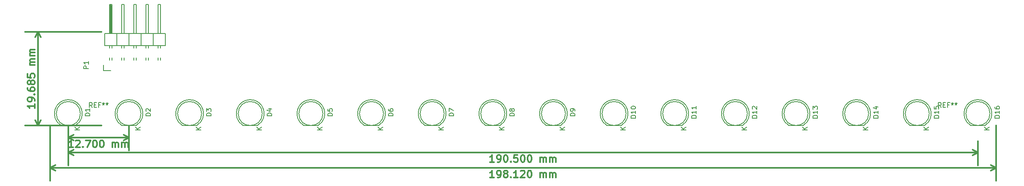
<source format=gbr>
G04 #@! TF.FileFunction,Legend,Top*
%FSLAX46Y46*%
G04 Gerber Fmt 4.6, Leading zero omitted, Abs format (unit mm)*
G04 Created by KiCad (PCBNEW 4.0.2-stable) date Friday, 12 August 2016 'pmt' 16:35:16*
%MOMM*%
G01*
G04 APERTURE LIST*
%ADD10C,0.100000*%
%ADD11C,0.300000*%
%ADD12C,0.150000*%
G04 APERTURE END LIST*
D10*
D11*
X31078571Y-85684642D02*
X31078571Y-86541785D01*
X31078571Y-86113213D02*
X29578571Y-86113213D01*
X29792857Y-86256070D01*
X29935714Y-86398928D01*
X30007143Y-86541785D01*
X31078571Y-84970357D02*
X31078571Y-84684642D01*
X31007143Y-84541785D01*
X30935714Y-84470357D01*
X30721429Y-84327499D01*
X30435714Y-84256071D01*
X29864286Y-84256071D01*
X29721429Y-84327499D01*
X29650000Y-84398928D01*
X29578571Y-84541785D01*
X29578571Y-84827499D01*
X29650000Y-84970357D01*
X29721429Y-85041785D01*
X29864286Y-85113214D01*
X30221429Y-85113214D01*
X30364286Y-85041785D01*
X30435714Y-84970357D01*
X30507143Y-84827499D01*
X30507143Y-84541785D01*
X30435714Y-84398928D01*
X30364286Y-84327499D01*
X30221429Y-84256071D01*
X30935714Y-83613214D02*
X31007143Y-83541786D01*
X31078571Y-83613214D01*
X31007143Y-83684643D01*
X30935714Y-83613214D01*
X31078571Y-83613214D01*
X29578571Y-82256071D02*
X29578571Y-82541785D01*
X29650000Y-82684642D01*
X29721429Y-82756071D01*
X29935714Y-82898928D01*
X30221429Y-82970357D01*
X30792857Y-82970357D01*
X30935714Y-82898928D01*
X31007143Y-82827500D01*
X31078571Y-82684642D01*
X31078571Y-82398928D01*
X31007143Y-82256071D01*
X30935714Y-82184642D01*
X30792857Y-82113214D01*
X30435714Y-82113214D01*
X30292857Y-82184642D01*
X30221429Y-82256071D01*
X30150000Y-82398928D01*
X30150000Y-82684642D01*
X30221429Y-82827500D01*
X30292857Y-82898928D01*
X30435714Y-82970357D01*
X30221429Y-81256071D02*
X30150000Y-81398929D01*
X30078571Y-81470357D01*
X29935714Y-81541786D01*
X29864286Y-81541786D01*
X29721429Y-81470357D01*
X29650000Y-81398929D01*
X29578571Y-81256071D01*
X29578571Y-80970357D01*
X29650000Y-80827500D01*
X29721429Y-80756071D01*
X29864286Y-80684643D01*
X29935714Y-80684643D01*
X30078571Y-80756071D01*
X30150000Y-80827500D01*
X30221429Y-80970357D01*
X30221429Y-81256071D01*
X30292857Y-81398929D01*
X30364286Y-81470357D01*
X30507143Y-81541786D01*
X30792857Y-81541786D01*
X30935714Y-81470357D01*
X31007143Y-81398929D01*
X31078571Y-81256071D01*
X31078571Y-80970357D01*
X31007143Y-80827500D01*
X30935714Y-80756071D01*
X30792857Y-80684643D01*
X30507143Y-80684643D01*
X30364286Y-80756071D01*
X30292857Y-80827500D01*
X30221429Y-80970357D01*
X29578571Y-79327500D02*
X29578571Y-80041786D01*
X30292857Y-80113215D01*
X30221429Y-80041786D01*
X30150000Y-79898929D01*
X30150000Y-79541786D01*
X30221429Y-79398929D01*
X30292857Y-79327500D01*
X30435714Y-79256072D01*
X30792857Y-79256072D01*
X30935714Y-79327500D01*
X31007143Y-79398929D01*
X31078571Y-79541786D01*
X31078571Y-79898929D01*
X31007143Y-80041786D01*
X30935714Y-80113215D01*
X31078571Y-77470358D02*
X30078571Y-77470358D01*
X30221429Y-77470358D02*
X30150000Y-77398930D01*
X30078571Y-77256072D01*
X30078571Y-77041787D01*
X30150000Y-76898930D01*
X30292857Y-76827501D01*
X31078571Y-76827501D01*
X30292857Y-76827501D02*
X30150000Y-76756072D01*
X30078571Y-76613215D01*
X30078571Y-76398930D01*
X30150000Y-76256072D01*
X30292857Y-76184644D01*
X31078571Y-76184644D01*
X31078571Y-75470358D02*
X30078571Y-75470358D01*
X30221429Y-75470358D02*
X30150000Y-75398930D01*
X30078571Y-75256072D01*
X30078571Y-75041787D01*
X30150000Y-74898930D01*
X30292857Y-74827501D01*
X31078571Y-74827501D01*
X30292857Y-74827501D02*
X30150000Y-74756072D01*
X30078571Y-74613215D01*
X30078571Y-74398930D01*
X30150000Y-74256072D01*
X30292857Y-74184644D01*
X31078571Y-74184644D01*
X31750000Y-90170000D02*
X31750000Y-70485000D01*
X45085000Y-90170000D02*
X29050000Y-90170000D01*
X45085000Y-70485000D02*
X29050000Y-70485000D01*
X31750000Y-70485000D02*
X32336421Y-71611504D01*
X31750000Y-70485000D02*
X31163579Y-71611504D01*
X31750000Y-90170000D02*
X32336421Y-89043496D01*
X31750000Y-90170000D02*
X31163579Y-89043496D01*
X127278573Y-101088571D02*
X126421430Y-101088571D01*
X126850002Y-101088571D02*
X126850002Y-99588571D01*
X126707145Y-99802857D01*
X126564287Y-99945714D01*
X126421430Y-100017143D01*
X127992858Y-101088571D02*
X128278573Y-101088571D01*
X128421430Y-101017143D01*
X128492858Y-100945714D01*
X128635716Y-100731429D01*
X128707144Y-100445714D01*
X128707144Y-99874286D01*
X128635716Y-99731429D01*
X128564287Y-99660000D01*
X128421430Y-99588571D01*
X128135716Y-99588571D01*
X127992858Y-99660000D01*
X127921430Y-99731429D01*
X127850001Y-99874286D01*
X127850001Y-100231429D01*
X127921430Y-100374286D01*
X127992858Y-100445714D01*
X128135716Y-100517143D01*
X128421430Y-100517143D01*
X128564287Y-100445714D01*
X128635716Y-100374286D01*
X128707144Y-100231429D01*
X129564287Y-100231429D02*
X129421429Y-100160000D01*
X129350001Y-100088571D01*
X129278572Y-99945714D01*
X129278572Y-99874286D01*
X129350001Y-99731429D01*
X129421429Y-99660000D01*
X129564287Y-99588571D01*
X129850001Y-99588571D01*
X129992858Y-99660000D01*
X130064287Y-99731429D01*
X130135715Y-99874286D01*
X130135715Y-99945714D01*
X130064287Y-100088571D01*
X129992858Y-100160000D01*
X129850001Y-100231429D01*
X129564287Y-100231429D01*
X129421429Y-100302857D01*
X129350001Y-100374286D01*
X129278572Y-100517143D01*
X129278572Y-100802857D01*
X129350001Y-100945714D01*
X129421429Y-101017143D01*
X129564287Y-101088571D01*
X129850001Y-101088571D01*
X129992858Y-101017143D01*
X130064287Y-100945714D01*
X130135715Y-100802857D01*
X130135715Y-100517143D01*
X130064287Y-100374286D01*
X129992858Y-100302857D01*
X129850001Y-100231429D01*
X130778572Y-100945714D02*
X130850000Y-101017143D01*
X130778572Y-101088571D01*
X130707143Y-101017143D01*
X130778572Y-100945714D01*
X130778572Y-101088571D01*
X132278572Y-101088571D02*
X131421429Y-101088571D01*
X131850001Y-101088571D02*
X131850001Y-99588571D01*
X131707144Y-99802857D01*
X131564286Y-99945714D01*
X131421429Y-100017143D01*
X132850000Y-99731429D02*
X132921429Y-99660000D01*
X133064286Y-99588571D01*
X133421429Y-99588571D01*
X133564286Y-99660000D01*
X133635715Y-99731429D01*
X133707143Y-99874286D01*
X133707143Y-100017143D01*
X133635715Y-100231429D01*
X132778572Y-101088571D01*
X133707143Y-101088571D01*
X134635714Y-99588571D02*
X134778571Y-99588571D01*
X134921428Y-99660000D01*
X134992857Y-99731429D01*
X135064286Y-99874286D01*
X135135714Y-100160000D01*
X135135714Y-100517143D01*
X135064286Y-100802857D01*
X134992857Y-100945714D01*
X134921428Y-101017143D01*
X134778571Y-101088571D01*
X134635714Y-101088571D01*
X134492857Y-101017143D01*
X134421428Y-100945714D01*
X134350000Y-100802857D01*
X134278571Y-100517143D01*
X134278571Y-100160000D01*
X134350000Y-99874286D01*
X134421428Y-99731429D01*
X134492857Y-99660000D01*
X134635714Y-99588571D01*
X136921428Y-101088571D02*
X136921428Y-100088571D01*
X136921428Y-100231429D02*
X136992856Y-100160000D01*
X137135714Y-100088571D01*
X137349999Y-100088571D01*
X137492856Y-100160000D01*
X137564285Y-100302857D01*
X137564285Y-101088571D01*
X137564285Y-100302857D02*
X137635714Y-100160000D01*
X137778571Y-100088571D01*
X137992856Y-100088571D01*
X138135714Y-100160000D01*
X138207142Y-100302857D01*
X138207142Y-101088571D01*
X138921428Y-101088571D02*
X138921428Y-100088571D01*
X138921428Y-100231429D02*
X138992856Y-100160000D01*
X139135714Y-100088571D01*
X139349999Y-100088571D01*
X139492856Y-100160000D01*
X139564285Y-100302857D01*
X139564285Y-101088571D01*
X139564285Y-100302857D02*
X139635714Y-100160000D01*
X139778571Y-100088571D01*
X139992856Y-100088571D01*
X140135714Y-100160000D01*
X140207142Y-100302857D01*
X140207142Y-101088571D01*
X34290000Y-99060000D02*
X232410000Y-99060000D01*
X34290000Y-90170000D02*
X34290000Y-101760000D01*
X232410000Y-90170000D02*
X232410000Y-101760000D01*
X232410000Y-99060000D02*
X231283496Y-99646421D01*
X232410000Y-99060000D02*
X231283496Y-98473579D01*
X34290000Y-99060000D02*
X35416504Y-99646421D01*
X34290000Y-99060000D02*
X35416504Y-98473579D01*
X127278573Y-97824662D02*
X126421430Y-97824662D01*
X126850002Y-97824662D02*
X126850002Y-96324662D01*
X126707145Y-96538948D01*
X126564287Y-96681805D01*
X126421430Y-96753234D01*
X127992858Y-97824662D02*
X128278573Y-97824662D01*
X128421430Y-97753234D01*
X128492858Y-97681805D01*
X128635716Y-97467520D01*
X128707144Y-97181805D01*
X128707144Y-96610377D01*
X128635716Y-96467520D01*
X128564287Y-96396091D01*
X128421430Y-96324662D01*
X128135716Y-96324662D01*
X127992858Y-96396091D01*
X127921430Y-96467520D01*
X127850001Y-96610377D01*
X127850001Y-96967520D01*
X127921430Y-97110377D01*
X127992858Y-97181805D01*
X128135716Y-97253234D01*
X128421430Y-97253234D01*
X128564287Y-97181805D01*
X128635716Y-97110377D01*
X128707144Y-96967520D01*
X129635715Y-96324662D02*
X129778572Y-96324662D01*
X129921429Y-96396091D01*
X129992858Y-96467520D01*
X130064287Y-96610377D01*
X130135715Y-96896091D01*
X130135715Y-97253234D01*
X130064287Y-97538948D01*
X129992858Y-97681805D01*
X129921429Y-97753234D01*
X129778572Y-97824662D01*
X129635715Y-97824662D01*
X129492858Y-97753234D01*
X129421429Y-97681805D01*
X129350001Y-97538948D01*
X129278572Y-97253234D01*
X129278572Y-96896091D01*
X129350001Y-96610377D01*
X129421429Y-96467520D01*
X129492858Y-96396091D01*
X129635715Y-96324662D01*
X130778572Y-97681805D02*
X130850000Y-97753234D01*
X130778572Y-97824662D01*
X130707143Y-97753234D01*
X130778572Y-97681805D01*
X130778572Y-97824662D01*
X132207144Y-96324662D02*
X131492858Y-96324662D01*
X131421429Y-97038948D01*
X131492858Y-96967520D01*
X131635715Y-96896091D01*
X131992858Y-96896091D01*
X132135715Y-96967520D01*
X132207144Y-97038948D01*
X132278572Y-97181805D01*
X132278572Y-97538948D01*
X132207144Y-97681805D01*
X132135715Y-97753234D01*
X131992858Y-97824662D01*
X131635715Y-97824662D01*
X131492858Y-97753234D01*
X131421429Y-97681805D01*
X133207143Y-96324662D02*
X133350000Y-96324662D01*
X133492857Y-96396091D01*
X133564286Y-96467520D01*
X133635715Y-96610377D01*
X133707143Y-96896091D01*
X133707143Y-97253234D01*
X133635715Y-97538948D01*
X133564286Y-97681805D01*
X133492857Y-97753234D01*
X133350000Y-97824662D01*
X133207143Y-97824662D01*
X133064286Y-97753234D01*
X132992857Y-97681805D01*
X132921429Y-97538948D01*
X132850000Y-97253234D01*
X132850000Y-96896091D01*
X132921429Y-96610377D01*
X132992857Y-96467520D01*
X133064286Y-96396091D01*
X133207143Y-96324662D01*
X134635714Y-96324662D02*
X134778571Y-96324662D01*
X134921428Y-96396091D01*
X134992857Y-96467520D01*
X135064286Y-96610377D01*
X135135714Y-96896091D01*
X135135714Y-97253234D01*
X135064286Y-97538948D01*
X134992857Y-97681805D01*
X134921428Y-97753234D01*
X134778571Y-97824662D01*
X134635714Y-97824662D01*
X134492857Y-97753234D01*
X134421428Y-97681805D01*
X134350000Y-97538948D01*
X134278571Y-97253234D01*
X134278571Y-96896091D01*
X134350000Y-96610377D01*
X134421428Y-96467520D01*
X134492857Y-96396091D01*
X134635714Y-96324662D01*
X136921428Y-97824662D02*
X136921428Y-96824662D01*
X136921428Y-96967520D02*
X136992856Y-96896091D01*
X137135714Y-96824662D01*
X137349999Y-96824662D01*
X137492856Y-96896091D01*
X137564285Y-97038948D01*
X137564285Y-97824662D01*
X137564285Y-97038948D02*
X137635714Y-96896091D01*
X137778571Y-96824662D01*
X137992856Y-96824662D01*
X138135714Y-96896091D01*
X138207142Y-97038948D01*
X138207142Y-97824662D01*
X138921428Y-97824662D02*
X138921428Y-96824662D01*
X138921428Y-96967520D02*
X138992856Y-96896091D01*
X139135714Y-96824662D01*
X139349999Y-96824662D01*
X139492856Y-96896091D01*
X139564285Y-97038948D01*
X139564285Y-97824662D01*
X139564285Y-97038948D02*
X139635714Y-96896091D01*
X139778571Y-96824662D01*
X139992856Y-96824662D01*
X140135714Y-96896091D01*
X140207142Y-97038948D01*
X140207142Y-97824662D01*
X38100000Y-95796091D02*
X228600000Y-95796091D01*
X38100000Y-93471724D02*
X38100000Y-98496091D01*
X228600000Y-93471724D02*
X228600000Y-98496091D01*
X228600000Y-95796091D02*
X227473496Y-96382512D01*
X228600000Y-95796091D02*
X227473496Y-95209670D01*
X38100000Y-95796091D02*
X39226504Y-96382512D01*
X38100000Y-95796091D02*
X39226504Y-95209670D01*
X39092858Y-94738571D02*
X38235715Y-94738571D01*
X38664287Y-94738571D02*
X38664287Y-93238571D01*
X38521430Y-93452857D01*
X38378572Y-93595714D01*
X38235715Y-93667143D01*
X39664286Y-93381429D02*
X39735715Y-93310000D01*
X39878572Y-93238571D01*
X40235715Y-93238571D01*
X40378572Y-93310000D01*
X40450001Y-93381429D01*
X40521429Y-93524286D01*
X40521429Y-93667143D01*
X40450001Y-93881429D01*
X39592858Y-94738571D01*
X40521429Y-94738571D01*
X41164286Y-94595714D02*
X41235714Y-94667143D01*
X41164286Y-94738571D01*
X41092857Y-94667143D01*
X41164286Y-94595714D01*
X41164286Y-94738571D01*
X41735715Y-93238571D02*
X42735715Y-93238571D01*
X42092858Y-94738571D01*
X43592857Y-93238571D02*
X43735714Y-93238571D01*
X43878571Y-93310000D01*
X43950000Y-93381429D01*
X44021429Y-93524286D01*
X44092857Y-93810000D01*
X44092857Y-94167143D01*
X44021429Y-94452857D01*
X43950000Y-94595714D01*
X43878571Y-94667143D01*
X43735714Y-94738571D01*
X43592857Y-94738571D01*
X43450000Y-94667143D01*
X43378571Y-94595714D01*
X43307143Y-94452857D01*
X43235714Y-94167143D01*
X43235714Y-93810000D01*
X43307143Y-93524286D01*
X43378571Y-93381429D01*
X43450000Y-93310000D01*
X43592857Y-93238571D01*
X45021428Y-93238571D02*
X45164285Y-93238571D01*
X45307142Y-93310000D01*
X45378571Y-93381429D01*
X45450000Y-93524286D01*
X45521428Y-93810000D01*
X45521428Y-94167143D01*
X45450000Y-94452857D01*
X45378571Y-94595714D01*
X45307142Y-94667143D01*
X45164285Y-94738571D01*
X45021428Y-94738571D01*
X44878571Y-94667143D01*
X44807142Y-94595714D01*
X44735714Y-94452857D01*
X44664285Y-94167143D01*
X44664285Y-93810000D01*
X44735714Y-93524286D01*
X44807142Y-93381429D01*
X44878571Y-93310000D01*
X45021428Y-93238571D01*
X47307142Y-94738571D02*
X47307142Y-93738571D01*
X47307142Y-93881429D02*
X47378570Y-93810000D01*
X47521428Y-93738571D01*
X47735713Y-93738571D01*
X47878570Y-93810000D01*
X47949999Y-93952857D01*
X47949999Y-94738571D01*
X47949999Y-93952857D02*
X48021428Y-93810000D01*
X48164285Y-93738571D01*
X48378570Y-93738571D01*
X48521428Y-93810000D01*
X48592856Y-93952857D01*
X48592856Y-94738571D01*
X49307142Y-94738571D02*
X49307142Y-93738571D01*
X49307142Y-93881429D02*
X49378570Y-93810000D01*
X49521428Y-93738571D01*
X49735713Y-93738571D01*
X49878570Y-93810000D01*
X49949999Y-93952857D01*
X49949999Y-94738571D01*
X49949999Y-93952857D02*
X50021428Y-93810000D01*
X50164285Y-93738571D01*
X50378570Y-93738571D01*
X50521428Y-93810000D01*
X50592856Y-93952857D01*
X50592856Y-94738571D01*
X38100000Y-92710000D02*
X50800000Y-92710000D01*
X38100000Y-90170000D02*
X38100000Y-95410000D01*
X50800000Y-90170000D02*
X50800000Y-95410000D01*
X50800000Y-92710000D02*
X49673496Y-93296421D01*
X50800000Y-92710000D02*
X49673496Y-92123579D01*
X38100000Y-92710000D02*
X39226504Y-93296421D01*
X38100000Y-92710000D02*
X39226504Y-92123579D01*
D12*
X57404000Y-75946000D02*
X57404000Y-76454000D01*
X56896000Y-75946000D02*
X56896000Y-76454000D01*
X54864000Y-75946000D02*
X54864000Y-76454000D01*
X54356000Y-75946000D02*
X54356000Y-76454000D01*
X46736000Y-75946000D02*
X46736000Y-76454000D01*
X47244000Y-75946000D02*
X47244000Y-76454000D01*
X52324000Y-75946000D02*
X52324000Y-76454000D01*
X51816000Y-75946000D02*
X51816000Y-76454000D01*
X49784000Y-75946000D02*
X49784000Y-76454000D01*
X49276000Y-75946000D02*
X49276000Y-76454000D01*
X57404000Y-73406000D02*
X57404000Y-73914000D01*
X56896000Y-73406000D02*
X56896000Y-73914000D01*
X46736000Y-73406000D02*
X46736000Y-73914000D01*
X47244000Y-73406000D02*
X47244000Y-73914000D01*
X49276000Y-73406000D02*
X49276000Y-73914000D01*
X49784000Y-73406000D02*
X49784000Y-73914000D01*
X54864000Y-73406000D02*
X54864000Y-73914000D01*
X54356000Y-73406000D02*
X54356000Y-73914000D01*
X52324000Y-73406000D02*
X52324000Y-73914000D01*
X51816000Y-73406000D02*
X51816000Y-73914000D01*
X45440000Y-77470000D02*
X45440000Y-78620000D01*
X45440000Y-78620000D02*
X46990000Y-78620000D01*
X46863000Y-70866000D02*
X46863000Y-64897000D01*
X46863000Y-64897000D02*
X47117000Y-64897000D01*
X47117000Y-64897000D02*
X47117000Y-70739000D01*
X47117000Y-70739000D02*
X46990000Y-70739000D01*
X46990000Y-70739000D02*
X46990000Y-64897000D01*
X55880000Y-73406000D02*
X55880000Y-70866000D01*
X55880000Y-73406000D02*
X58420000Y-73406000D01*
X56896000Y-70866000D02*
X56896000Y-64770000D01*
X56896000Y-64770000D02*
X57404000Y-64770000D01*
X57404000Y-64770000D02*
X57404000Y-70866000D01*
X58420000Y-70866000D02*
X55880000Y-70866000D01*
X58420000Y-73406000D02*
X58420000Y-70866000D01*
X50800000Y-73406000D02*
X50800000Y-70866000D01*
X50800000Y-73406000D02*
X53340000Y-73406000D01*
X53340000Y-73406000D02*
X53340000Y-70866000D01*
X51816000Y-70866000D02*
X51816000Y-64770000D01*
X51816000Y-64770000D02*
X52324000Y-64770000D01*
X52324000Y-64770000D02*
X52324000Y-70866000D01*
X53340000Y-70866000D02*
X50800000Y-70866000D01*
X55880000Y-70866000D02*
X53340000Y-70866000D01*
X54864000Y-64770000D02*
X54864000Y-70866000D01*
X54356000Y-64770000D02*
X54864000Y-64770000D01*
X54356000Y-70866000D02*
X54356000Y-64770000D01*
X55880000Y-73406000D02*
X55880000Y-70866000D01*
X53340000Y-73406000D02*
X55880000Y-73406000D01*
X53340000Y-73406000D02*
X53340000Y-70866000D01*
X48260000Y-73406000D02*
X48260000Y-70866000D01*
X48260000Y-73406000D02*
X50800000Y-73406000D01*
X50800000Y-73406000D02*
X50800000Y-70866000D01*
X49276000Y-70866000D02*
X49276000Y-64770000D01*
X49276000Y-64770000D02*
X49784000Y-64770000D01*
X49784000Y-64770000D02*
X49784000Y-70866000D01*
X50800000Y-70866000D02*
X48260000Y-70866000D01*
X48260000Y-70866000D02*
X45720000Y-70866000D01*
X47244000Y-64770000D02*
X47244000Y-70866000D01*
X46736000Y-64770000D02*
X47244000Y-64770000D01*
X46736000Y-70866000D02*
X46736000Y-64770000D01*
X48260000Y-73406000D02*
X48260000Y-70866000D01*
X45720000Y-73406000D02*
X48260000Y-73406000D01*
X45720000Y-73406000D02*
X45720000Y-70866000D01*
X39624904Y-90114888D02*
G75*
G03X36600000Y-90130000I-1524904J2484888D01*
G01*
X39600000Y-90130000D02*
X36600000Y-90130000D01*
X40617936Y-87630000D02*
G75*
G03X40617936Y-87630000I-2517936J0D01*
G01*
X52324904Y-90114888D02*
G75*
G03X49300000Y-90130000I-1524904J2484888D01*
G01*
X52300000Y-90130000D02*
X49300000Y-90130000D01*
X53317936Y-87630000D02*
G75*
G03X53317936Y-87630000I-2517936J0D01*
G01*
X65024904Y-90114888D02*
G75*
G03X62000000Y-90130000I-1524904J2484888D01*
G01*
X65000000Y-90130000D02*
X62000000Y-90130000D01*
X66017936Y-87630000D02*
G75*
G03X66017936Y-87630000I-2517936J0D01*
G01*
X77724904Y-90114888D02*
G75*
G03X74700000Y-90130000I-1524904J2484888D01*
G01*
X77700000Y-90130000D02*
X74700000Y-90130000D01*
X78717936Y-87630000D02*
G75*
G03X78717936Y-87630000I-2517936J0D01*
G01*
X90424904Y-90114888D02*
G75*
G03X87400000Y-90130000I-1524904J2484888D01*
G01*
X90400000Y-90130000D02*
X87400000Y-90130000D01*
X91417936Y-87630000D02*
G75*
G03X91417936Y-87630000I-2517936J0D01*
G01*
X103124904Y-90114888D02*
G75*
G03X100100000Y-90130000I-1524904J2484888D01*
G01*
X103100000Y-90130000D02*
X100100000Y-90130000D01*
X104117936Y-87630000D02*
G75*
G03X104117936Y-87630000I-2517936J0D01*
G01*
X115824904Y-90114888D02*
G75*
G03X112800000Y-90130000I-1524904J2484888D01*
G01*
X115800000Y-90130000D02*
X112800000Y-90130000D01*
X116817936Y-87630000D02*
G75*
G03X116817936Y-87630000I-2517936J0D01*
G01*
X128524904Y-90114888D02*
G75*
G03X125500000Y-90130000I-1524904J2484888D01*
G01*
X128500000Y-90130000D02*
X125500000Y-90130000D01*
X129517936Y-87630000D02*
G75*
G03X129517936Y-87630000I-2517936J0D01*
G01*
X141224904Y-90114888D02*
G75*
G03X138200000Y-90130000I-1524904J2484888D01*
G01*
X141200000Y-90130000D02*
X138200000Y-90130000D01*
X142217936Y-87630000D02*
G75*
G03X142217936Y-87630000I-2517936J0D01*
G01*
X153924904Y-90114888D02*
G75*
G03X150900000Y-90130000I-1524904J2484888D01*
G01*
X153900000Y-90130000D02*
X150900000Y-90130000D01*
X154917936Y-87630000D02*
G75*
G03X154917936Y-87630000I-2517936J0D01*
G01*
X166624904Y-90114888D02*
G75*
G03X163600000Y-90130000I-1524904J2484888D01*
G01*
X166600000Y-90130000D02*
X163600000Y-90130000D01*
X167617936Y-87630000D02*
G75*
G03X167617936Y-87630000I-2517936J0D01*
G01*
X179324904Y-90114888D02*
G75*
G03X176300000Y-90130000I-1524904J2484888D01*
G01*
X179300000Y-90130000D02*
X176300000Y-90130000D01*
X180317936Y-87630000D02*
G75*
G03X180317936Y-87630000I-2517936J0D01*
G01*
X192024904Y-90114888D02*
G75*
G03X189000000Y-90130000I-1524904J2484888D01*
G01*
X192000000Y-90130000D02*
X189000000Y-90130000D01*
X193017936Y-87630000D02*
G75*
G03X193017936Y-87630000I-2517936J0D01*
G01*
X204724904Y-90114888D02*
G75*
G03X201700000Y-90130000I-1524904J2484888D01*
G01*
X204700000Y-90130000D02*
X201700000Y-90130000D01*
X205717936Y-87630000D02*
G75*
G03X205717936Y-87630000I-2517936J0D01*
G01*
X217424904Y-90114888D02*
G75*
G03X214400000Y-90130000I-1524904J2484888D01*
G01*
X217400000Y-90130000D02*
X214400000Y-90130000D01*
X218417936Y-87630000D02*
G75*
G03X218417936Y-87630000I-2517936J0D01*
G01*
X230124904Y-90114888D02*
G75*
G03X227100000Y-90130000I-1524904J2484888D01*
G01*
X230100000Y-90130000D02*
X227100000Y-90130000D01*
X231117936Y-87630000D02*
G75*
G03X231117936Y-87630000I-2517936J0D01*
G01*
X42342381Y-78208095D02*
X41342381Y-78208095D01*
X41342381Y-77827142D01*
X41390000Y-77731904D01*
X41437619Y-77684285D01*
X41532857Y-77636666D01*
X41675714Y-77636666D01*
X41770952Y-77684285D01*
X41818571Y-77731904D01*
X41866190Y-77827142D01*
X41866190Y-78208095D01*
X42342381Y-76684285D02*
X42342381Y-77255714D01*
X42342381Y-76970000D02*
X41342381Y-76970000D01*
X41485238Y-77065238D01*
X41580476Y-77160476D01*
X41628095Y-77255714D01*
X42616381Y-88114095D02*
X41616381Y-88114095D01*
X41616381Y-87876000D01*
X41664000Y-87733142D01*
X41759238Y-87637904D01*
X41854476Y-87590285D01*
X42044952Y-87542666D01*
X42187810Y-87542666D01*
X42378286Y-87590285D01*
X42473524Y-87637904D01*
X42568762Y-87733142D01*
X42616381Y-87876000D01*
X42616381Y-88114095D01*
X42616381Y-86590285D02*
X42616381Y-87161714D01*
X42616381Y-86876000D02*
X41616381Y-86876000D01*
X41759238Y-86971238D01*
X41854476Y-87066476D01*
X41902095Y-87161714D01*
X40457381Y-91066905D02*
X39457381Y-91066905D01*
X40457381Y-90495476D02*
X39885952Y-90924048D01*
X39457381Y-90495476D02*
X40028810Y-91066905D01*
X55316381Y-88114095D02*
X54316381Y-88114095D01*
X54316381Y-87876000D01*
X54364000Y-87733142D01*
X54459238Y-87637904D01*
X54554476Y-87590285D01*
X54744952Y-87542666D01*
X54887810Y-87542666D01*
X55078286Y-87590285D01*
X55173524Y-87637904D01*
X55268762Y-87733142D01*
X55316381Y-87876000D01*
X55316381Y-88114095D01*
X54411619Y-87161714D02*
X54364000Y-87114095D01*
X54316381Y-87018857D01*
X54316381Y-86780761D01*
X54364000Y-86685523D01*
X54411619Y-86637904D01*
X54506857Y-86590285D01*
X54602095Y-86590285D01*
X54744952Y-86637904D01*
X55316381Y-87209333D01*
X55316381Y-86590285D01*
X53157381Y-91066905D02*
X52157381Y-91066905D01*
X53157381Y-90495476D02*
X52585952Y-90924048D01*
X52157381Y-90495476D02*
X52728810Y-91066905D01*
X68016381Y-88114095D02*
X67016381Y-88114095D01*
X67016381Y-87876000D01*
X67064000Y-87733142D01*
X67159238Y-87637904D01*
X67254476Y-87590285D01*
X67444952Y-87542666D01*
X67587810Y-87542666D01*
X67778286Y-87590285D01*
X67873524Y-87637904D01*
X67968762Y-87733142D01*
X68016381Y-87876000D01*
X68016381Y-88114095D01*
X67016381Y-87209333D02*
X67016381Y-86590285D01*
X67397333Y-86923619D01*
X67397333Y-86780761D01*
X67444952Y-86685523D01*
X67492571Y-86637904D01*
X67587810Y-86590285D01*
X67825905Y-86590285D01*
X67921143Y-86637904D01*
X67968762Y-86685523D01*
X68016381Y-86780761D01*
X68016381Y-87066476D01*
X67968762Y-87161714D01*
X67921143Y-87209333D01*
X65857381Y-91066905D02*
X64857381Y-91066905D01*
X65857381Y-90495476D02*
X65285952Y-90924048D01*
X64857381Y-90495476D02*
X65428810Y-91066905D01*
X80716381Y-88114095D02*
X79716381Y-88114095D01*
X79716381Y-87876000D01*
X79764000Y-87733142D01*
X79859238Y-87637904D01*
X79954476Y-87590285D01*
X80144952Y-87542666D01*
X80287810Y-87542666D01*
X80478286Y-87590285D01*
X80573524Y-87637904D01*
X80668762Y-87733142D01*
X80716381Y-87876000D01*
X80716381Y-88114095D01*
X80049714Y-86685523D02*
X80716381Y-86685523D01*
X79668762Y-86923619D02*
X80383048Y-87161714D01*
X80383048Y-86542666D01*
X78557381Y-91066905D02*
X77557381Y-91066905D01*
X78557381Y-90495476D02*
X77985952Y-90924048D01*
X77557381Y-90495476D02*
X78128810Y-91066905D01*
X93416381Y-88114095D02*
X92416381Y-88114095D01*
X92416381Y-87876000D01*
X92464000Y-87733142D01*
X92559238Y-87637904D01*
X92654476Y-87590285D01*
X92844952Y-87542666D01*
X92987810Y-87542666D01*
X93178286Y-87590285D01*
X93273524Y-87637904D01*
X93368762Y-87733142D01*
X93416381Y-87876000D01*
X93416381Y-88114095D01*
X92416381Y-86637904D02*
X92416381Y-87114095D01*
X92892571Y-87161714D01*
X92844952Y-87114095D01*
X92797333Y-87018857D01*
X92797333Y-86780761D01*
X92844952Y-86685523D01*
X92892571Y-86637904D01*
X92987810Y-86590285D01*
X93225905Y-86590285D01*
X93321143Y-86637904D01*
X93368762Y-86685523D01*
X93416381Y-86780761D01*
X93416381Y-87018857D01*
X93368762Y-87114095D01*
X93321143Y-87161714D01*
X91257381Y-91066905D02*
X90257381Y-91066905D01*
X91257381Y-90495476D02*
X90685952Y-90924048D01*
X90257381Y-90495476D02*
X90828810Y-91066905D01*
X106116381Y-88114095D02*
X105116381Y-88114095D01*
X105116381Y-87876000D01*
X105164000Y-87733142D01*
X105259238Y-87637904D01*
X105354476Y-87590285D01*
X105544952Y-87542666D01*
X105687810Y-87542666D01*
X105878286Y-87590285D01*
X105973524Y-87637904D01*
X106068762Y-87733142D01*
X106116381Y-87876000D01*
X106116381Y-88114095D01*
X105116381Y-86685523D02*
X105116381Y-86876000D01*
X105164000Y-86971238D01*
X105211619Y-87018857D01*
X105354476Y-87114095D01*
X105544952Y-87161714D01*
X105925905Y-87161714D01*
X106021143Y-87114095D01*
X106068762Y-87066476D01*
X106116381Y-86971238D01*
X106116381Y-86780761D01*
X106068762Y-86685523D01*
X106021143Y-86637904D01*
X105925905Y-86590285D01*
X105687810Y-86590285D01*
X105592571Y-86637904D01*
X105544952Y-86685523D01*
X105497333Y-86780761D01*
X105497333Y-86971238D01*
X105544952Y-87066476D01*
X105592571Y-87114095D01*
X105687810Y-87161714D01*
X103957381Y-91066905D02*
X102957381Y-91066905D01*
X103957381Y-90495476D02*
X103385952Y-90924048D01*
X102957381Y-90495476D02*
X103528810Y-91066905D01*
X118816381Y-88114095D02*
X117816381Y-88114095D01*
X117816381Y-87876000D01*
X117864000Y-87733142D01*
X117959238Y-87637904D01*
X118054476Y-87590285D01*
X118244952Y-87542666D01*
X118387810Y-87542666D01*
X118578286Y-87590285D01*
X118673524Y-87637904D01*
X118768762Y-87733142D01*
X118816381Y-87876000D01*
X118816381Y-88114095D01*
X117816381Y-87209333D02*
X117816381Y-86542666D01*
X118816381Y-86971238D01*
X116657381Y-91066905D02*
X115657381Y-91066905D01*
X116657381Y-90495476D02*
X116085952Y-90924048D01*
X115657381Y-90495476D02*
X116228810Y-91066905D01*
X131516381Y-88114095D02*
X130516381Y-88114095D01*
X130516381Y-87876000D01*
X130564000Y-87733142D01*
X130659238Y-87637904D01*
X130754476Y-87590285D01*
X130944952Y-87542666D01*
X131087810Y-87542666D01*
X131278286Y-87590285D01*
X131373524Y-87637904D01*
X131468762Y-87733142D01*
X131516381Y-87876000D01*
X131516381Y-88114095D01*
X130944952Y-86971238D02*
X130897333Y-87066476D01*
X130849714Y-87114095D01*
X130754476Y-87161714D01*
X130706857Y-87161714D01*
X130611619Y-87114095D01*
X130564000Y-87066476D01*
X130516381Y-86971238D01*
X130516381Y-86780761D01*
X130564000Y-86685523D01*
X130611619Y-86637904D01*
X130706857Y-86590285D01*
X130754476Y-86590285D01*
X130849714Y-86637904D01*
X130897333Y-86685523D01*
X130944952Y-86780761D01*
X130944952Y-86971238D01*
X130992571Y-87066476D01*
X131040190Y-87114095D01*
X131135429Y-87161714D01*
X131325905Y-87161714D01*
X131421143Y-87114095D01*
X131468762Y-87066476D01*
X131516381Y-86971238D01*
X131516381Y-86780761D01*
X131468762Y-86685523D01*
X131421143Y-86637904D01*
X131325905Y-86590285D01*
X131135429Y-86590285D01*
X131040190Y-86637904D01*
X130992571Y-86685523D01*
X130944952Y-86780761D01*
X129357381Y-91066905D02*
X128357381Y-91066905D01*
X129357381Y-90495476D02*
X128785952Y-90924048D01*
X128357381Y-90495476D02*
X128928810Y-91066905D01*
X144216381Y-88114095D02*
X143216381Y-88114095D01*
X143216381Y-87876000D01*
X143264000Y-87733142D01*
X143359238Y-87637904D01*
X143454476Y-87590285D01*
X143644952Y-87542666D01*
X143787810Y-87542666D01*
X143978286Y-87590285D01*
X144073524Y-87637904D01*
X144168762Y-87733142D01*
X144216381Y-87876000D01*
X144216381Y-88114095D01*
X144216381Y-87066476D02*
X144216381Y-86876000D01*
X144168762Y-86780761D01*
X144121143Y-86733142D01*
X143978286Y-86637904D01*
X143787810Y-86590285D01*
X143406857Y-86590285D01*
X143311619Y-86637904D01*
X143264000Y-86685523D01*
X143216381Y-86780761D01*
X143216381Y-86971238D01*
X143264000Y-87066476D01*
X143311619Y-87114095D01*
X143406857Y-87161714D01*
X143644952Y-87161714D01*
X143740190Y-87114095D01*
X143787810Y-87066476D01*
X143835429Y-86971238D01*
X143835429Y-86780761D01*
X143787810Y-86685523D01*
X143740190Y-86637904D01*
X143644952Y-86590285D01*
X142057381Y-91066905D02*
X141057381Y-91066905D01*
X142057381Y-90495476D02*
X141485952Y-90924048D01*
X141057381Y-90495476D02*
X141628810Y-91066905D01*
X156916381Y-88590286D02*
X155916381Y-88590286D01*
X155916381Y-88352191D01*
X155964000Y-88209333D01*
X156059238Y-88114095D01*
X156154476Y-88066476D01*
X156344952Y-88018857D01*
X156487810Y-88018857D01*
X156678286Y-88066476D01*
X156773524Y-88114095D01*
X156868762Y-88209333D01*
X156916381Y-88352191D01*
X156916381Y-88590286D01*
X156916381Y-87066476D02*
X156916381Y-87637905D01*
X156916381Y-87352191D02*
X155916381Y-87352191D01*
X156059238Y-87447429D01*
X156154476Y-87542667D01*
X156202095Y-87637905D01*
X155916381Y-86447429D02*
X155916381Y-86352190D01*
X155964000Y-86256952D01*
X156011619Y-86209333D01*
X156106857Y-86161714D01*
X156297333Y-86114095D01*
X156535429Y-86114095D01*
X156725905Y-86161714D01*
X156821143Y-86209333D01*
X156868762Y-86256952D01*
X156916381Y-86352190D01*
X156916381Y-86447429D01*
X156868762Y-86542667D01*
X156821143Y-86590286D01*
X156725905Y-86637905D01*
X156535429Y-86685524D01*
X156297333Y-86685524D01*
X156106857Y-86637905D01*
X156011619Y-86590286D01*
X155964000Y-86542667D01*
X155916381Y-86447429D01*
X154757381Y-91066905D02*
X153757381Y-91066905D01*
X154757381Y-90495476D02*
X154185952Y-90924048D01*
X153757381Y-90495476D02*
X154328810Y-91066905D01*
X169616381Y-88590286D02*
X168616381Y-88590286D01*
X168616381Y-88352191D01*
X168664000Y-88209333D01*
X168759238Y-88114095D01*
X168854476Y-88066476D01*
X169044952Y-88018857D01*
X169187810Y-88018857D01*
X169378286Y-88066476D01*
X169473524Y-88114095D01*
X169568762Y-88209333D01*
X169616381Y-88352191D01*
X169616381Y-88590286D01*
X169616381Y-87066476D02*
X169616381Y-87637905D01*
X169616381Y-87352191D02*
X168616381Y-87352191D01*
X168759238Y-87447429D01*
X168854476Y-87542667D01*
X168902095Y-87637905D01*
X169616381Y-86114095D02*
X169616381Y-86685524D01*
X169616381Y-86399810D02*
X168616381Y-86399810D01*
X168759238Y-86495048D01*
X168854476Y-86590286D01*
X168902095Y-86685524D01*
X167457381Y-91066905D02*
X166457381Y-91066905D01*
X167457381Y-90495476D02*
X166885952Y-90924048D01*
X166457381Y-90495476D02*
X167028810Y-91066905D01*
X182316381Y-88590286D02*
X181316381Y-88590286D01*
X181316381Y-88352191D01*
X181364000Y-88209333D01*
X181459238Y-88114095D01*
X181554476Y-88066476D01*
X181744952Y-88018857D01*
X181887810Y-88018857D01*
X182078286Y-88066476D01*
X182173524Y-88114095D01*
X182268762Y-88209333D01*
X182316381Y-88352191D01*
X182316381Y-88590286D01*
X182316381Y-87066476D02*
X182316381Y-87637905D01*
X182316381Y-87352191D02*
X181316381Y-87352191D01*
X181459238Y-87447429D01*
X181554476Y-87542667D01*
X181602095Y-87637905D01*
X181411619Y-86685524D02*
X181364000Y-86637905D01*
X181316381Y-86542667D01*
X181316381Y-86304571D01*
X181364000Y-86209333D01*
X181411619Y-86161714D01*
X181506857Y-86114095D01*
X181602095Y-86114095D01*
X181744952Y-86161714D01*
X182316381Y-86733143D01*
X182316381Y-86114095D01*
X180157381Y-91066905D02*
X179157381Y-91066905D01*
X180157381Y-90495476D02*
X179585952Y-90924048D01*
X179157381Y-90495476D02*
X179728810Y-91066905D01*
X195016381Y-88590286D02*
X194016381Y-88590286D01*
X194016381Y-88352191D01*
X194064000Y-88209333D01*
X194159238Y-88114095D01*
X194254476Y-88066476D01*
X194444952Y-88018857D01*
X194587810Y-88018857D01*
X194778286Y-88066476D01*
X194873524Y-88114095D01*
X194968762Y-88209333D01*
X195016381Y-88352191D01*
X195016381Y-88590286D01*
X195016381Y-87066476D02*
X195016381Y-87637905D01*
X195016381Y-87352191D02*
X194016381Y-87352191D01*
X194159238Y-87447429D01*
X194254476Y-87542667D01*
X194302095Y-87637905D01*
X194016381Y-86733143D02*
X194016381Y-86114095D01*
X194397333Y-86447429D01*
X194397333Y-86304571D01*
X194444952Y-86209333D01*
X194492571Y-86161714D01*
X194587810Y-86114095D01*
X194825905Y-86114095D01*
X194921143Y-86161714D01*
X194968762Y-86209333D01*
X195016381Y-86304571D01*
X195016381Y-86590286D01*
X194968762Y-86685524D01*
X194921143Y-86733143D01*
X192857381Y-91066905D02*
X191857381Y-91066905D01*
X192857381Y-90495476D02*
X192285952Y-90924048D01*
X191857381Y-90495476D02*
X192428810Y-91066905D01*
X207716381Y-88590286D02*
X206716381Y-88590286D01*
X206716381Y-88352191D01*
X206764000Y-88209333D01*
X206859238Y-88114095D01*
X206954476Y-88066476D01*
X207144952Y-88018857D01*
X207287810Y-88018857D01*
X207478286Y-88066476D01*
X207573524Y-88114095D01*
X207668762Y-88209333D01*
X207716381Y-88352191D01*
X207716381Y-88590286D01*
X207716381Y-87066476D02*
X207716381Y-87637905D01*
X207716381Y-87352191D02*
X206716381Y-87352191D01*
X206859238Y-87447429D01*
X206954476Y-87542667D01*
X207002095Y-87637905D01*
X207049714Y-86209333D02*
X207716381Y-86209333D01*
X206668762Y-86447429D02*
X207383048Y-86685524D01*
X207383048Y-86066476D01*
X205557381Y-91066905D02*
X204557381Y-91066905D01*
X205557381Y-90495476D02*
X204985952Y-90924048D01*
X204557381Y-90495476D02*
X205128810Y-91066905D01*
X220416381Y-88590286D02*
X219416381Y-88590286D01*
X219416381Y-88352191D01*
X219464000Y-88209333D01*
X219559238Y-88114095D01*
X219654476Y-88066476D01*
X219844952Y-88018857D01*
X219987810Y-88018857D01*
X220178286Y-88066476D01*
X220273524Y-88114095D01*
X220368762Y-88209333D01*
X220416381Y-88352191D01*
X220416381Y-88590286D01*
X220416381Y-87066476D02*
X220416381Y-87637905D01*
X220416381Y-87352191D02*
X219416381Y-87352191D01*
X219559238Y-87447429D01*
X219654476Y-87542667D01*
X219702095Y-87637905D01*
X219416381Y-86161714D02*
X219416381Y-86637905D01*
X219892571Y-86685524D01*
X219844952Y-86637905D01*
X219797333Y-86542667D01*
X219797333Y-86304571D01*
X219844952Y-86209333D01*
X219892571Y-86161714D01*
X219987810Y-86114095D01*
X220225905Y-86114095D01*
X220321143Y-86161714D01*
X220368762Y-86209333D01*
X220416381Y-86304571D01*
X220416381Y-86542667D01*
X220368762Y-86637905D01*
X220321143Y-86685524D01*
X218257381Y-91066905D02*
X217257381Y-91066905D01*
X218257381Y-90495476D02*
X217685952Y-90924048D01*
X217257381Y-90495476D02*
X217828810Y-91066905D01*
X233116381Y-88590286D02*
X232116381Y-88590286D01*
X232116381Y-88352191D01*
X232164000Y-88209333D01*
X232259238Y-88114095D01*
X232354476Y-88066476D01*
X232544952Y-88018857D01*
X232687810Y-88018857D01*
X232878286Y-88066476D01*
X232973524Y-88114095D01*
X233068762Y-88209333D01*
X233116381Y-88352191D01*
X233116381Y-88590286D01*
X233116381Y-87066476D02*
X233116381Y-87637905D01*
X233116381Y-87352191D02*
X232116381Y-87352191D01*
X232259238Y-87447429D01*
X232354476Y-87542667D01*
X232402095Y-87637905D01*
X232116381Y-86209333D02*
X232116381Y-86399810D01*
X232164000Y-86495048D01*
X232211619Y-86542667D01*
X232354476Y-86637905D01*
X232544952Y-86685524D01*
X232925905Y-86685524D01*
X233021143Y-86637905D01*
X233068762Y-86590286D01*
X233116381Y-86495048D01*
X233116381Y-86304571D01*
X233068762Y-86209333D01*
X233021143Y-86161714D01*
X232925905Y-86114095D01*
X232687810Y-86114095D01*
X232592571Y-86161714D01*
X232544952Y-86209333D01*
X232497333Y-86304571D01*
X232497333Y-86495048D01*
X232544952Y-86590286D01*
X232592571Y-86637905D01*
X232687810Y-86685524D01*
X230957381Y-91066905D02*
X229957381Y-91066905D01*
X230957381Y-90495476D02*
X230385952Y-90924048D01*
X229957381Y-90495476D02*
X230528810Y-91066905D01*
X43116667Y-86352381D02*
X42783333Y-85876190D01*
X42545238Y-86352381D02*
X42545238Y-85352381D01*
X42926191Y-85352381D01*
X43021429Y-85400000D01*
X43069048Y-85447619D01*
X43116667Y-85542857D01*
X43116667Y-85685714D01*
X43069048Y-85780952D01*
X43021429Y-85828571D01*
X42926191Y-85876190D01*
X42545238Y-85876190D01*
X43545238Y-85828571D02*
X43878572Y-85828571D01*
X44021429Y-86352381D02*
X43545238Y-86352381D01*
X43545238Y-85352381D01*
X44021429Y-85352381D01*
X44783334Y-85828571D02*
X44450000Y-85828571D01*
X44450000Y-86352381D02*
X44450000Y-85352381D01*
X44926191Y-85352381D01*
X45450000Y-85352381D02*
X45450000Y-85590476D01*
X45211905Y-85495238D02*
X45450000Y-85590476D01*
X45688096Y-85495238D01*
X45307143Y-85780952D02*
X45450000Y-85590476D01*
X45592858Y-85780952D01*
X46211905Y-85352381D02*
X46211905Y-85590476D01*
X45973810Y-85495238D02*
X46211905Y-85590476D01*
X46450001Y-85495238D01*
X46069048Y-85780952D02*
X46211905Y-85590476D01*
X46354763Y-85780952D01*
X220916667Y-86352381D02*
X220583333Y-85876190D01*
X220345238Y-86352381D02*
X220345238Y-85352381D01*
X220726191Y-85352381D01*
X220821429Y-85400000D01*
X220869048Y-85447619D01*
X220916667Y-85542857D01*
X220916667Y-85685714D01*
X220869048Y-85780952D01*
X220821429Y-85828571D01*
X220726191Y-85876190D01*
X220345238Y-85876190D01*
X221345238Y-85828571D02*
X221678572Y-85828571D01*
X221821429Y-86352381D02*
X221345238Y-86352381D01*
X221345238Y-85352381D01*
X221821429Y-85352381D01*
X222583334Y-85828571D02*
X222250000Y-85828571D01*
X222250000Y-86352381D02*
X222250000Y-85352381D01*
X222726191Y-85352381D01*
X223250000Y-85352381D02*
X223250000Y-85590476D01*
X223011905Y-85495238D02*
X223250000Y-85590476D01*
X223488096Y-85495238D01*
X223107143Y-85780952D02*
X223250000Y-85590476D01*
X223392858Y-85780952D01*
X224011905Y-85352381D02*
X224011905Y-85590476D01*
X223773810Y-85495238D02*
X224011905Y-85590476D01*
X224250001Y-85495238D01*
X223869048Y-85780952D02*
X224011905Y-85590476D01*
X224154763Y-85780952D01*
M02*

</source>
